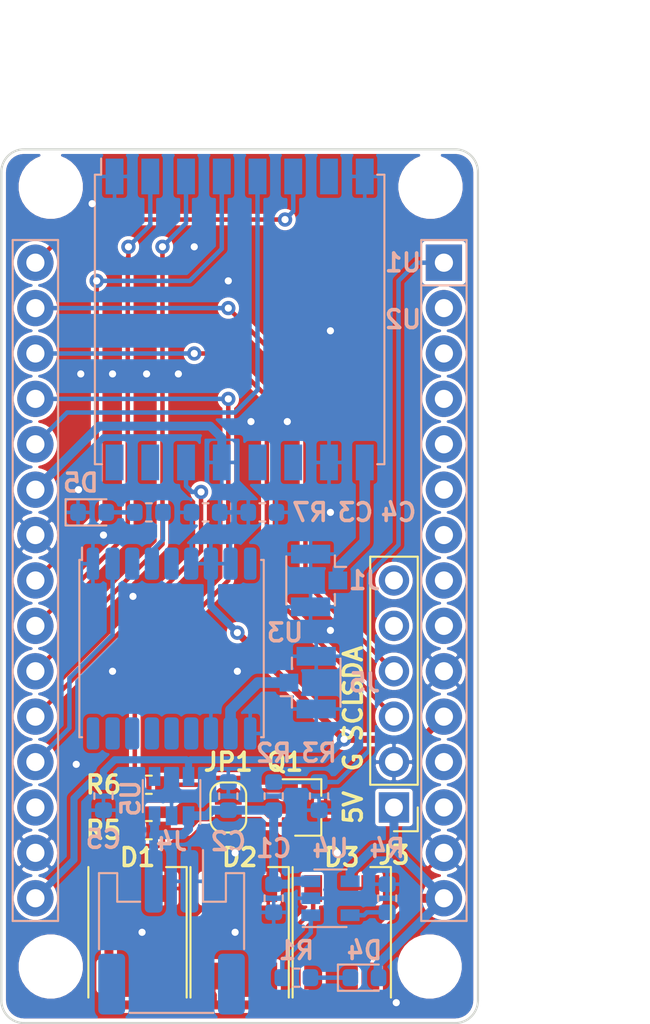
<source format=kicad_pcb>
(kicad_pcb (version 20171130) (host pcbnew 5.1.5+dfsg1-2build2)
  (title_block (title NodeMCU_PIS) (date 2020-03-29) (company https://nerdyscout.github.io/NodeMCU/PIS))
  (layers (0 F.Cu mixed) (31 B.Cu mixed) (34 B.Paste user) (35 F.Paste user) (36 B.SilkS user) (37 F.SilkS user) (38 B.Mask user) (39 F.Mask user) (44 Edge.Cuts user))
  (net 0 "")
  (net 1 GND)
  (net 2 +5V)
  (net 3 "Net-(J1-Pad1)")
  (net 4 +3V3)
  (net 5 "Net-(D1-Pad2)")
  (net 6 "Net-(D2-Pad2)")
  (net 7 SDA)
  (net 8 SCL)
  (net 9 CS)
  (net 10 COPI)
  (net 11 CLK)
  (net 12 CIPO)
  (net 13 +BATT)
  (net 14 "Net-(R1-Pad2)")
  (net 15 "Net-(D4-Pad1)")
  (net 16 A0)
  (net 17 "Net-(R4-Pad1)")
  (net 18 "Net-(D1-Pad4)")
  (net 19 "Net-(Q1-Pad1)")
  (net 20 LED)
  (net 21 IRQ)
  (net 22 RXD)
  (net 23 RST)
  (net 24 "Net-(D5-Pad2)")
  (net 25 "Net-(J5-Pad1)")
  (net 26 "Net-(R7-Pad1)")
  (module Capacitor_SMD:C_0603_1608Metric (layer B.Cu) (at 125.095 139.065 90)
    (fp_text reference C5 (at -2.413 0 180) (layer B.SilkS) (effects (font (thickness 0.2)) (justify mirror)))
    (fp_text value 100n)
    (fp_line (start -0.162779 -0.51) (end 0.162779 -0.51) (layer B.SilkS) (width 0.12))
    (fp_line (start -0.162779 0.51) (end 0.162779 0.51) (layer B.SilkS) (width 0.12))
    (pad 2 smd roundrect (at 0.7875 0 90) (size 0.875 0.95) (layers B.Cu B.Paste B.Mask) (net 4 +3V3))
    (pad 1 smd roundrect (at -0.7875 0 90) (size 0.875 0.95) (layers B.Cu B.Paste B.Mask) (net 1 GND))
  )
  (module Resistor_SMD:R_0603_1608Metric (layer B.Cu) (at 127.635 123.19 180)
    (fp_text reference R7 (at -9.017 0) (layer B.SilkS) (effects (font (thickness 0.2)) (justify mirror)))
    (fp_text value 1k)
    (fp_line (start -0.162779 -0.51) (end 0.162779 -0.51) (layer B.SilkS) (width 0.12))
    (fp_line (start -0.162779 0.51) (end 0.162779 0.51) (layer B.SilkS) (width 0.12))
    (pad 2 smd roundrect (at 0.7875 0 180) (size 0.875 0.95) (layers B.Cu B.Paste B.Mask) (net 24 "Net-(D5-Pad2)"))
    (pad 1 smd roundrect (at -0.7875 0 180) (size 0.875 0.95) (layers B.Cu B.Paste B.Mask) (net 26 "Net-(R7-Pad1)"))
  )
  (module Resistor_SMD:R_0603_1608Metric (layer F.Cu) (at 127.635 138.43)
    (fp_text reference R6 (at -2.54 0) (layer F.SilkS) (effects (font (thickness 0.2))))
    (fp_text value 1k)
    (fp_line (start -0.162779 0.51) (end 0.162779 0.51) (layer F.SilkS) (width 0.12))
    (fp_line (start -0.162779 -0.51) (end 0.162779 -0.51) (layer F.SilkS) (width 0.12))
    (pad 2 smd roundrect (at 0.7875 0) (size 0.875 0.95) (layers F.Cu F.Paste F.Mask) (net 19 "Net-(Q1-Pad1)"))
    (pad 1 smd roundrect (at -0.7875 0) (size 0.875 0.95) (layers F.Cu F.Paste F.Mask) (net 20 LED))
  )
  (module Resistor_SMD:R_0603_1608Metric (layer F.Cu) (at 127.635 140.97 180)
    (fp_text reference R5 (at 2.54 0) (layer F.SilkS) (effects (font (thickness 0.2))))
    (fp_text value 1k)
    (fp_line (start -0.162779 0.51) (end 0.162779 0.51) (layer F.SilkS) (width 0.12))
    (fp_line (start -0.162779 -0.51) (end 0.162779 -0.51) (layer F.SilkS) (width 0.12))
    (pad 2 smd roundrect (at 0.7875 0 180) (size 0.875 0.95) (layers F.Cu F.Paste F.Mask) (net 2 +5V))
    (pad 1 smd roundrect (at -0.7875 0 180) (size 0.875 0.95) (layers F.Cu F.Paste F.Mask) (net 18 "Net-(D1-Pad4)"))
  )
  (module Resistor_SMD:R_0603_1608Metric (layer B.Cu) (at 140.97 144.78 90)
    (fp_text reference R4 (at 2.794 0 180) (layer B.SilkS) (effects (font (thickness 0.2)) (justify mirror)))
    (fp_text value 2k)
    (fp_line (start -0.162779 -0.51) (end 0.162779 -0.51) (layer B.SilkS) (width 0.12))
    (fp_line (start -0.162779 0.51) (end 0.162779 0.51) (layer B.SilkS) (width 0.12))
    (pad 2 smd roundrect (at 0.7875 0 90) (size 0.875 0.95) (layers B.Cu B.Paste B.Mask) (net 1 GND))
    (pad 1 smd roundrect (at -0.7875 0 90) (size 0.875 0.95) (layers B.Cu B.Paste B.Mask) (net 17 "Net-(R4-Pad1)"))
  )
  (module Resistor_SMD:R_0603_1608Metric (layer B.Cu) (at 137.16 139.065 270)
    (fp_text reference R3 (at -2.413 0 180) (layer B.SilkS) (effects (font (thickness 0.2)) (justify mirror)))
    (fp_text value 1k)
    (fp_line (start -0.162779 -0.51) (end 0.162779 -0.51) (layer B.SilkS) (width 0.12))
    (fp_line (start -0.162779 0.51) (end 0.162779 0.51) (layer B.SilkS) (width 0.12))
    (pad 2 smd roundrect (at 0.7875 0 270) (size 0.875 0.95) (layers B.Cu B.Paste B.Mask) (net 1 GND))
    (pad 1 smd roundrect (at -0.7875 0 270) (size 0.875 0.95) (layers B.Cu B.Paste B.Mask) (net 16 A0))
  )
  (module Resistor_SMD:R_0603_1608Metric (layer B.Cu) (at 134.62 139.065 90)
    (fp_text reference R2 (at 2.413 0 180) (layer B.SilkS) (effects (font (thickness 0.2)) (justify mirror)))
    (fp_text value 1k)
    (fp_line (start -0.162779 -0.51) (end 0.162779 -0.51) (layer B.SilkS) (width 0.12))
    (fp_line (start -0.162779 0.51) (end 0.162779 0.51) (layer B.SilkS) (width 0.12))
    (pad 2 smd roundrect (at 0.7875 0 90) (size 0.875 0.95) (layers B.Cu B.Paste B.Mask) (net 16 A0))
    (pad 1 smd roundrect (at -0.7875 0 90) (size 0.875 0.95) (layers B.Cu B.Paste B.Mask) (net 13 +BATT))
  )
  (module Resistor_SMD:R_0603_1608Metric (layer B.Cu) (at 135.89 149.225 180)
    (fp_text reference R1 (at 0 1.524) (layer B.SilkS) (effects (font (thickness 0.2)) (justify mirror)))
    (fp_text value 1k)
    (fp_line (start -0.162779 -0.51) (end 0.162779 -0.51) (layer B.SilkS) (width 0.12))
    (fp_line (start -0.162779 0.51) (end 0.162779 0.51) (layer B.SilkS) (width 0.12))
    (pad 2 smd roundrect (at 0.7875 0 180) (size 0.875 0.95) (layers B.Cu B.Paste B.Mask) (net 14 "Net-(R1-Pad2)"))
    (pad 1 smd roundrect (at -0.7875 0 180) (size 0.875 0.95) (layers B.Cu B.Paste B.Mask) (net 15 "Net-(D4-Pad1)"))
  )
  (module LED_SMD:LED_0603_1608Metric (layer B.Cu) (at 124.46 123.19)
    (fp_text reference D5 (at -0.635 -1.651) (layer B.SilkS) (effects (font (thickness 0.2)) (justify mirror)))
    (fp_text value LED)
    (fp_line (start -1.485 -0.735) (end 0.8 -0.735) (layer B.SilkS) (width 0.12))
    (fp_line (start -1.485 0.735) (end -1.485 -0.735) (layer B.SilkS) (width 0.12))
    (fp_line (start 0.8 0.735) (end -1.485 0.735) (layer B.SilkS) (width 0.12))
    (pad 2 smd roundrect (at 0.7875 0) (size 0.875 0.95) (layers B.Cu B.Paste B.Mask) (net 24 "Net-(D5-Pad2)"))
    (pad 1 smd roundrect (at -0.7875 0) (size 0.875 0.95) (layers B.Cu B.Paste B.Mask) (net 1 GND))
  )
  (module LED_SMD:LED_0603_1608Metric (layer B.Cu) (at 139.7 149.225)
    (fp_text reference D4 (at 0 -1.524) (layer B.SilkS) (effects (font (thickness 0.2)) (justify mirror)))
    (fp_text value LED)
    (fp_line (start -1.485 -0.735) (end 0.8 -0.735) (layer B.SilkS) (width 0.12))
    (fp_line (start -1.485 0.735) (end -1.485 -0.735) (layer B.SilkS) (width 0.12))
    (fp_line (start 0.8 0.735) (end -1.485 0.735) (layer B.SilkS) (width 0.12))
    (pad 2 smd roundrect (at 0.7875 0) (size 0.875 0.95) (layers B.Cu B.Paste B.Mask) (net 2 +5V))
    (pad 1 smd roundrect (at -0.7875 0) (size 0.875 0.95) (layers B.Cu B.Paste B.Mask) (net 15 "Net-(D4-Pad1)"))
  )
  (module Capacitor_SMD:C_0603_1608Metric (layer B.Cu) (at 133.985 123.19 180)
    (fp_text reference C4 (at -7.62 0) (layer B.SilkS) (effects (font (thickness 0.2)) (justify mirror)))
    (fp_text value 100n)
    (fp_line (start -0.162779 -0.51) (end 0.162779 -0.51) (layer B.SilkS) (width 0.12))
    (fp_line (start -0.162779 0.51) (end 0.162779 0.51) (layer B.SilkS) (width 0.12))
    (pad 2 smd roundrect (at 0.7875 0 180) (size 0.875 0.95) (layers B.Cu B.Paste B.Mask) (net 4 +3V3))
    (pad 1 smd roundrect (at -0.7875 0 180) (size 0.875 0.95) (layers B.Cu B.Paste B.Mask) (net 1 GND))
  )
  (module Capacitor_SMD:C_0603_1608Metric (layer B.Cu) (at 130.81 123.19)
    (fp_text reference C3 (at 8.382 0) (layer B.SilkS) (effects (font (thickness 0.2)) (justify mirror)))
    (fp_text value 100n)
    (fp_line (start -0.162779 -0.51) (end 0.162779 -0.51) (layer B.SilkS) (width 0.12))
    (fp_line (start -0.162779 0.51) (end 0.162779 0.51) (layer B.SilkS) (width 0.12))
    (pad 2 smd roundrect (at 0.7875 0) (size 0.875 0.95) (layers B.Cu B.Paste B.Mask) (net 4 +3V3))
    (pad 1 smd roundrect (at -0.7875 0) (size 0.875 0.95) (layers B.Cu B.Paste B.Mask) (net 1 GND))
  )
  (module Capacitor_SMD:C_0603_1608Metric (layer B.Cu) (at 132.08 139.065 270)
    (fp_text reference C2 (at 2.54 0 180) (layer B.SilkS) (effects (font (thickness 0.2)) (justify mirror)))
    (fp_text value 10µF)
    (fp_line (start -0.162779 -0.51) (end 0.162779 -0.51) (layer B.SilkS) (width 0.12))
    (fp_line (start -0.162779 0.51) (end 0.162779 0.51) (layer B.SilkS) (width 0.12))
    (pad 2 smd roundrect (at 0.7875 0 270) (size 0.875 0.95) (layers B.Cu B.Paste B.Mask) (net 13 +BATT))
    (pad 1 smd roundrect (at -0.7875 0 270) (size 0.875 0.95) (layers B.Cu B.Paste B.Mask) (net 1 GND))
  )
  (module Capacitor_SMD:C_0603_1608Metric (layer B.Cu) (at 134.62 144.78 90)
    (fp_text reference C1 (at 2.794 0 180) (layer B.SilkS) (effects (font (thickness 0.2)) (justify mirror)))
    (fp_text value 100n)
    (fp_line (start -0.162779 -0.51) (end 0.162779 -0.51) (layer B.SilkS) (width 0.12))
    (fp_line (start -0.162779 0.51) (end 0.162779 0.51) (layer B.SilkS) (width 0.12))
    (pad 2 smd roundrect (at 0.7875 0 90) (size 0.875 0.95) (layers B.Cu B.Paste B.Mask) (net 13 +BATT))
    (pad 1 smd roundrect (at -0.7875 0 90) (size 0.875 0.95) (layers B.Cu B.Paste B.Mask) (net 1 GND))
  )
  (module RF_GPS:ublox_MAX (layer B.Cu) (at 128.905 130.81 270)
    (fp_text reference U3 (at -0.889 -6.35 180) (layer B.SilkS) (effects (font (thickness 0.2)) (justify mirror)))
    (fp_text value MAX-8Q)
    (fp_line (start -5.65 5.01) (end -4.96 5.01) (layer B.SilkS) (width 0.12))
    (fp_line (start -4.96 5.16) (end -4.96 5.01) (layer B.SilkS) (width 0.12))
    (fp_line (start 4.96 5.16) (end 4.96 5.01) (layer B.SilkS) (width 0.12))
    (fp_line (start -4.96 -5.01) (end -4.96 -5.16) (layer B.SilkS) (width 0.12))
    (fp_line (start 4.96 -5.01) (end 4.96 -5.16) (layer B.SilkS) (width 0.12))
    (fp_line (start -4.96 -5.16) (end 4.96 -5.16) (layer B.SilkS) (width 0.12))
    (fp_line (start -4.96 5.16) (end 4.96 5.16) (layer B.SilkS) (width 0.12))
    (pad 18 smd roundrect (at 4.75 4.4 270) (size 1.8 0.7) (layers B.Cu B.Paste B.Mask))
    (pad 17 smd roundrect (at 4.75 3.3 270) (size 1.8 0.8) (layers B.Cu B.Paste B.Mask))
    (pad 16 smd roundrect (at 4.75 2.2 270) (size 1.8 0.8) (layers B.Cu B.Paste B.Mask))
    (pad 15 smd roundrect (at 4.75 1.1 270) (size 1.8 0.8) (layers B.Cu B.Paste B.Mask))
    (pad 14 smd roundrect (at 4.75 0 270) (size 1.8 0.8) (layers B.Cu B.Paste B.Mask))
    (pad 13 smd roundrect (at 4.75 -1.1 270) (size 1.8 0.8) (layers B.Cu B.Paste B.Mask))
    (pad 12 smd roundrect (at 4.75 -2.2 270) (size 1.8 0.8) (layers B.Cu B.Paste B.Mask) (net 1 GND))
    (pad 11 smd roundrect (at 4.75 -3.3 270) (size 1.8 0.8) (layers B.Cu B.Paste B.Mask) (net 25 "Net-(J5-Pad1)"))
    (pad 10 smd roundrect (at 4.75 -4.4 270) (size 1.8 0.7) (layers B.Cu B.Paste B.Mask) (net 1 GND))
    (pad 9 smd roundrect (at -4.75 -4.4 270) (size 1.8 0.7) (layers B.Cu B.Paste B.Mask))
    (pad 8 smd roundrect (at -4.75 -3.3 270) (size 1.8 0.8) (layers B.Cu B.Paste B.Mask) (net 4 +3V3))
    (pad 7 smd roundrect (at -4.75 -2.2 270) (size 1.8 0.8) (layers B.Cu B.Paste B.Mask) (net 4 +3V3))
    (pad 6 smd roundrect (at -4.75 -1.1 270) (size 1.8 0.8) (layers B.Cu B.Paste B.Mask) (net 4 +3V3))
    (pad 5 smd roundrect (at -4.75 0 270) (size 1.8 0.8) (layers B.Cu B.Paste B.Mask))
    (pad 4 smd roundrect (at -4.75 1.1 270) (size 1.8 0.8) (layers B.Cu B.Paste B.Mask) (net 26 "Net-(R7-Pad1)"))
    (pad 3 smd roundrect (at -4.75 2.2 270) (size 1.8 0.8) (layers B.Cu B.Paste B.Mask))
    (pad 2 smd roundrect (at -4.75 3.3 270) (size 1.8 0.8) (layers B.Cu B.Paste B.Mask) (net 22 RXD))
    (pad 1 smd roundrect (at -4.75 4.4 270) (size 1.8 0.7) (layers B.Cu B.Paste B.Mask) (net 1 GND))
  )
  (module Connector_Coaxial:U.FL_Hirose_U.FL-R-SMT-1_Vertical (layer B.Cu) (at 136.525 132.715)
    (fp_text reference J5 (at 3.175 0 180) (layer B.SilkS) (effects (font (thickness 0.2)) (justify mirror)))
    (fp_text value Conn_Coaxial)
    (fp_line (start -0.885 1.4) (end -0.885 0.76) (layer B.SilkS) (width 0.12))
    (fp_line (start -0.885 -1.4) (end -0.885 -0.76) (layer B.SilkS) (width 0.12))
    (fp_line (start -0.885 0.76) (end -1.515 0.76) (layer B.SilkS) (width 0.12))
    (fp_line (start 1.835 1.35) (end 1.835 -1.35) (layer B.SilkS) (width 0.12))
    (pad 2 smd rect (at 0.475 1.475) (size 2.2 1.05) (layers B.Cu B.Paste B.Mask) (net 1 GND))
    (pad 1 smd rect (at -1.05 0) (size 1.05 1) (layers B.Cu B.Paste B.Mask) (net 25 "Net-(J5-Pad1)"))
    (pad 2 smd rect (at 0.475 -1.475) (size 2.2 1.05) (layers B.Cu B.Paste B.Mask) (net 1 GND))
  )
  (module Connector_JST:JST_PH_S2B-PH-SM4-TB_1x02-1MP_P2.00mm_Horizontal (layer B.Cu) (at 128.905 146.685 180)
    (fp_text reference J4 (at 0 5.08) (layer B.SilkS) (effects (font (thickness 0.2)) (justify mirror)))
    (fp_text value JST)
    (fp_line (start -2.34 -4.51) (end 2.34 -4.51) (layer B.SilkS) (width 0.12))
    (fp_line (start 3.04 1.71) (end 1.76 1.71) (layer B.SilkS) (width 0.12))
    (fp_line (start 3.04 3.31) (end 3.04 1.71) (layer B.SilkS) (width 0.12))
    (fp_line (start 4.06 3.31) (end 3.04 3.31) (layer B.SilkS) (width 0.12))
    (fp_line (start 4.06 -0.94) (end 4.06 3.31) (layer B.SilkS) (width 0.12))
    (fp_line (start -1.76 1.71) (end -1.76 4.6) (layer B.SilkS) (width 0.12))
    (fp_line (start -3.04 1.71) (end -1.76 1.71) (layer B.SilkS) (width 0.12))
    (fp_line (start -3.04 3.31) (end -3.04 1.71) (layer B.SilkS) (width 0.12))
    (fp_line (start -4.06 3.31) (end -3.04 3.31) (layer B.SilkS) (width 0.12))
    (fp_line (start -4.06 -0.94) (end -4.06 3.31) (layer B.SilkS) (width 0.12))
    (pad MP smd roundrect (at 3.35 -2.9 180) (size 1.5 3.4) (layers B.Cu B.Paste B.Mask) (roundrect_rratio 0.166667))
    (pad MP smd roundrect (at -3.35 -2.9 180) (size 1.5 3.4) (layers B.Cu B.Paste B.Mask) (roundrect_rratio 0.166667))
    (pad 2 smd roundrect (at 1 2.85 180) (size 1 3.5) (layers B.Cu B.Paste B.Mask) (net 13 +BATT))
    (pad 1 smd roundrect (at -1 2.85 180) (size 1 3.5) (layers B.Cu B.Paste B.Mask) (net 1 GND))
  )
  (module Jumper:SolderJumper-2_P1.3mm_Open_RoundedPad1.0x1.5mm (layer F.Cu) (at 132.08 139.7 270)
    (fp_text reference JP1 (at -2.54 0 180) (layer F.SilkS) (effects (font (thickness 0.2))))
    (fp_text value Jumper_NC_Small)
    (fp_line (start -0.7 -1) (end 0.7 -1) (layer F.SilkS) (width 0.12))
    (fp_line (start 1.4 -0.3) (end 1.4 0.3) (layer F.SilkS) (width 0.12))
    (fp_line (start 0.7 1) (end -0.7 1) (layer F.SilkS) (width 0.12))
    (fp_line (start -1.4 0.3) (end -1.4 -0.3) (layer F.SilkS) (width 0.12))
    (fp_arc (start -0.7 -0.3) (end -0.7 -1) (angle -90) (layer F.SilkS) (width 0.12))
    (fp_arc (start -0.7 0.3) (end -1.4 0.3) (angle -90) (layer F.SilkS) (width 0.12))
    (fp_arc (start 0.7 0.3) (end 0.7 1) (angle -90) (layer F.SilkS) (width 0.12))
    (fp_arc (start 0.7 -0.3) (end 1.4 -0.3) (angle -90) (layer F.SilkS) (width 0.12))
    (pad 2 smd custom (at 0.65 0 270) (size 1 0.5) (layers F.Cu F.Mask) (net 18 "Net-(D1-Pad4)") (options (clearance outline) (anchor rect)) (primitives (gr_circle (center 0 0.25) (end 0.5 0.25) (width 0)) (gr_circle (center 0 -0.25) (end 0.5 -0.25) (width 0)) (gr_poly (pts (xy 0 -0.75) (xy -0.5 -0.75) (xy -0.5 0.75) (xy 0 0.75)) (width 0))))
    (pad 1 smd custom (at -0.65 0 270) (size 1 0.5) (layers F.Cu F.Mask) (net 20 LED) (options (clearance outline) (anchor rect)) (primitives (gr_circle (center 0 0.25) (end 0.5 0.25) (width 0)) (gr_circle (center 0 -0.25) (end 0.5 -0.25) (width 0)) (gr_poly (pts (xy 0 -0.75) (xy 0.5 -0.75) (xy 0.5 0.75) (xy 0 0.75)) (width 0))))
  )
  (module Package_TO_SOT_SMD:SOT-23 (layer F.Cu) (at 136.525 139.7)
    (fp_text reference Q1 (at -1.27 -2.54) (layer F.SilkS) (effects (font (thickness 0.2))))
    (fp_text value Q_NPN_BCE)
    (fp_line (start 0.76 1.58) (end -0.7 1.58) (layer F.SilkS) (width 0.12))
    (fp_line (start 0.76 -1.58) (end -1.4 -1.58) (layer F.SilkS) (width 0.12))
    (fp_line (start 0.76 -1.58) (end 0.76 -0.65) (layer F.SilkS) (width 0.12))
    (fp_line (start 0.76 1.58) (end 0.76 0.65) (layer F.SilkS) (width 0.12))
    (pad 3 smd rect (at 1 0) (size 0.9 0.8) (layers F.Cu F.Paste F.Mask) (net 1 GND))
    (pad 2 smd rect (at -1 0.95) (size 0.9 0.8) (layers F.Cu F.Paste F.Mask) (net 18 "Net-(D1-Pad4)"))
    (pad 1 smd rect (at -1 -0.95) (size 0.9 0.8) (layers F.Cu F.Paste F.Mask) (net 19 "Net-(Q1-Pad1)"))
  )
  (module Package_TO_SOT_SMD:SOT-23-5 (layer B.Cu) (at 128.905 139.065 90)
    (fp_text reference U5 (at -0.127 -2.286 90) (layer B.SilkS) (effects (font (thickness 0.2)) (justify mirror)))
    (fp_text value AP2112K-3.3)
    (fp_line (start 0.9 1.61) (end -1.55 1.61) (layer B.SilkS) (width 0.12))
    (fp_line (start -0.9 -1.61) (end 0.9 -1.61) (layer B.SilkS) (width 0.12))
    (pad 5 smd rect (at 1.1 0.95 90) (size 1.06 0.65) (layers B.Cu B.Paste B.Mask) (net 4 +3V3))
    (pad 4 smd rect (at 1.1 -0.95 90) (size 1.06 0.65) (layers B.Cu B.Paste B.Mask))
    (pad 3 smd rect (at -1.1 -0.95 90) (size 1.06 0.65) (layers B.Cu B.Paste B.Mask) (net 13 +BATT))
    (pad 2 smd rect (at -1.1 0 90) (size 1.06 0.65) (layers B.Cu B.Paste B.Mask) (net 1 GND))
    (pad 1 smd rect (at -1.1 0.95 90) (size 1.06 0.65) (layers B.Cu B.Paste B.Mask) (net 13 +BATT))
  )
  (module Package_TO_SOT_SMD:SOT-23-5 (layer B.Cu) (at 137.795 144.78)
    (fp_text reference U4 (at 0 -2.794) (layer B.SilkS) (effects (font (thickness 0.2)) (justify mirror)))
    (fp_text value MCP73831-2-OT)
    (fp_line (start 0.9 1.61) (end -1.55 1.61) (layer B.SilkS) (width 0.12))
    (fp_line (start -0.9 -1.61) (end 0.9 -1.61) (layer B.SilkS) (width 0.12))
    (pad 5 smd rect (at 1.1 0.95) (size 1.06 0.65) (layers B.Cu B.Paste B.Mask) (net 17 "Net-(R4-Pad1)"))
    (pad 4 smd rect (at 1.1 -0.95) (size 1.06 0.65) (layers B.Cu B.Paste B.Mask) (net 2 +5V))
    (pad 3 smd rect (at -1.1 -0.95) (size 1.06 0.65) (layers B.Cu B.Paste B.Mask) (net 13 +BATT))
    (pad 2 smd rect (at -1.1 0) (size 1.06 0.65) (layers B.Cu B.Paste B.Mask) (net 1 GND))
    (pad 1 smd rect (at -1.1 0.95) (size 1.06 0.65) (layers B.Cu B.Paste B.Mask) (net 14 "Net-(R1-Pad2)"))
  )
  (module Connector_Coaxial:U.FL_Hirose_U.FL-R-SMT-1_Vertical (layer B.Cu) (at 137.16 127 180)
    (fp_text reference J1 (at -2.54 0) (layer B.SilkS) (effects (font (thickness 0.2)) (justify mirror)))
    (fp_text value Conn_Coaxial)
    (fp_line (start -0.885 1.4) (end -0.885 0.76) (layer B.SilkS) (width 0.12))
    (fp_line (start -0.885 -1.4) (end -0.885 -0.76) (layer B.SilkS) (width 0.12))
    (fp_line (start -0.885 0.76) (end -1.515 0.76) (layer B.SilkS) (width 0.12))
    (fp_line (start 1.835 1.35) (end 1.835 -1.35) (layer B.SilkS) (width 0.12))
    (pad 2 smd rect (at 0.475 1.475 180) (size 2.2 1.05) (layers B.Cu B.Paste B.Mask) (net 1 GND))
    (pad 1 smd rect (at -1.05 0 180) (size 1.05 1) (layers B.Cu B.Paste B.Mask) (net 3 "Net-(J1-Pad1)"))
    (pad 2 smd rect (at 0.475 -1.475 180) (size 2.2 1.05) (layers B.Cu B.Paste B.Mask) (net 1 GND))
  )
  (module Connector_PinHeader_2.54mm:PinHeader_1x06_P2.54mm_Vertical (layer F.Cu) (at 141.351 139.7 180)
    (fp_text reference J3 (at 0 -2.667) (layer F.SilkS) (effects (font (thickness 0.2))))
    (fp_text value SCD30)
    (fp_line (start -1.33 -1.33) (end 0 -1.33) (layer F.SilkS) (width 0.12))
    (fp_line (start -1.33 0) (end -1.33 -1.33) (layer F.SilkS) (width 0.12))
    (fp_line (start -1.33 1.27) (end 1.33 1.27) (layer F.SilkS) (width 0.12))
    (fp_line (start 1.33 1.27) (end 1.33 14.03) (layer F.SilkS) (width 0.12))
    (fp_line (start -1.33 1.27) (end -1.33 14.03) (layer F.SilkS) (width 0.12))
    (fp_line (start -1.33 14.03) (end 1.33 14.03) (layer F.SilkS) (width 0.12))
    (pad 6 thru_hole oval (at 0 12.7 180) (size 1.7 1.7) (drill 1) (layers *.Cu *.Mask))
    (pad 5 thru_hole oval (at 0 10.16 180) (size 1.7 1.7) (drill 1) (layers *.Cu *.Mask))
    (pad 4 thru_hole oval (at 0 7.62 180) (size 1.7 1.7) (drill 1) (layers *.Cu *.Mask) (net 7 SDA))
    (pad 3 thru_hole oval (at 0 5.08 180) (size 1.7 1.7) (drill 1) (layers *.Cu *.Mask) (net 8 SCL))
    (pad 2 thru_hole oval (at 0 2.54 180) (size 1.7 1.7) (drill 1) (layers *.Cu *.Mask) (net 1 GND))
    (pad 1 thru_hole rect (at 0 0 180) (size 1.7 1.7) (drill 1) (layers *.Cu *.Mask) (net 2 +5V))
  )
  (module RF_Module:HOPERF_RFM9XW_SMD (layer B.Cu) (at 132.715 112.395 270)
    (fp_text reference U2 (at 0 -9.144 180) (layer B.SilkS) (effects (font (thickness 0.2)) (justify mirror)))
    (fp_text value RFM95W-868S2)
    (fp_line (start -8.1 7.75) (end -9 7.75) (layer B.SilkS) (width 0.12))
    (fp_line (start -8.1 8.1) (end -8.1 7.75) (layer B.SilkS) (width 0.12))
    (fp_line (start 8.1 -8.1) (end 8.1 -7.7) (layer B.SilkS) (width 0.12))
    (fp_line (start -8.1 -8.1) (end 8.1 -8.1) (layer B.SilkS) (width 0.12))
    (fp_line (start -8.1 -7.7) (end -8.1 -8.1) (layer B.SilkS) (width 0.12))
    (fp_line (start 8.1 8.1) (end 8.1 7.7) (layer B.SilkS) (width 0.12))
    (fp_line (start -8.1 8.1) (end 8.1 8.1) (layer B.SilkS) (width 0.12))
    (pad 16 smd rect (at 8 7 270) (size 2 1) (layers B.Cu B.Paste B.Mask))
    (pad 15 smd rect (at 8 5 270) (size 2 1) (layers B.Cu B.Paste B.Mask))
    (pad 14 smd rect (at 8 3 270) (size 2 1) (layers B.Cu B.Paste B.Mask) (net 21 IRQ))
    (pad 13 smd rect (at 8 1 270) (size 2 1) (layers B.Cu B.Paste B.Mask) (net 4 +3V3))
    (pad 12 smd rect (at 8 -1 270) (size 2 1) (layers B.Cu B.Paste B.Mask))
    (pad 11 smd rect (at 8 -3 270) (size 2 1) (layers B.Cu B.Paste B.Mask))
    (pad 10 smd rect (at 8 -5 270) (size 2 1) (layers B.Cu B.Paste B.Mask) (net 1 GND))
    (pad 9 smd rect (at 8 -7 270) (size 2 1) (layers B.Cu B.Paste B.Mask) (net 3 "Net-(J1-Pad1)"))
    (pad 8 smd rect (at -8 -7 270) (size 2 1) (layers B.Cu B.Paste B.Mask) (net 1 GND))
    (pad 7 smd rect (at -8 -5 270) (size 2 1) (layers B.Cu B.Paste B.Mask))
    (pad 6 smd rect (at -8 -3 270) (size 2 1) (layers B.Cu B.Paste B.Mask) (net 23 RST))
    (pad 5 smd rect (at -8 -1 270) (size 2 1) (layers B.Cu B.Paste B.Mask) (net 9 CS))
    (pad 4 smd rect (at -8 1 270) (size 2 1) (layers B.Cu B.Paste B.Mask) (net 11 CLK))
    (pad 3 smd rect (at -8 3 270) (size 2 1) (layers B.Cu B.Paste B.Mask) (net 10 COPI))
    (pad 2 smd rect (at -8 5 270) (size 2 1) (layers B.Cu B.Paste B.Mask) (net 12 CIPO))
    (pad 1 smd rect (at -8 7 270) (size 2 1) (layers B.Cu B.Paste B.Mask) (net 1 GND))
  )
  (module Module:NodeMCU_Amica (layer B.Cu) (at 144.145 109.22 180)
    (fp_text reference U1 (at 2.286 0 180) (layer B.SilkS) (effects (font (thickness 0.2)) (justify mirror)))
    (fp_text value "NodeMCU1.0(ESP-12E)")
    (fp_line (start 1.27 1.27) (end -1.27 1.27) (layer B.SilkS) (width 0.12))
    (fp_line (start 24.13 -36.83) (end 24.13 1.27) (layer B.SilkS) (width 0.12))
    (fp_line (start 24.13 1.27) (end 21.59 1.27) (layer B.SilkS) (width 0.12))
    (fp_line (start 21.59 1.27) (end 21.59 -36.83) (layer B.SilkS) (width 0.12))
    (fp_line (start 21.59 -36.83) (end 24.13 -36.83) (layer B.SilkS) (width 0.12))
    (fp_line (start 1.27 -1.27) (end -1.27 -1.27) (layer B.SilkS) (width 0.12))
    (fp_line (start 1.27 -36.83) (end 1.27 1.27) (layer B.SilkS) (width 0.12))
    (fp_line (start -1.27 -36.83) (end 1.27 -36.83) (layer B.SilkS) (width 0.12))
    (fp_line (start -1.27 1.27) (end -1.27 -36.83) (layer B.SilkS) (width 0.12))
    (pad "" np_thru_hole circle (at 0.75 4.25 180) (size 3.2 3.2) (drill 3.2) (layers *.Cu *.Mask))
    (pad "" np_thru_hole circle (at 22 4.25 180) (size 3.2 3.2) (drill 3.2) (layers *.Cu *.Mask))
    (pad "" np_thru_hole circle (at 22 -39.38 180) (size 3.2 3.2) (drill 3.2) (layers *.Cu *.Mask))
    (pad "" np_thru_hole circle (at 0.8 -39.38 180) (size 3.2 3.2) (drill 3.2) (layers *.Cu *.Mask))
    (pad 29 thru_hole circle (at 22.86 -2.54 180) (size 2.032 2.032) (drill 1.016) (layers *.Cu *.Mask) (net 7 SDA))
    (pad 27 thru_hole circle (at 22.86 -7.62 180) (size 2.032 2.032) (drill 1.016) (layers *.Cu *.Mask) (net 20 LED))
    (pad 28 thru_hole circle (at 22.86 -5.08 180) (size 2.032 2.032) (drill 1.016) (layers *.Cu *.Mask) (net 8 SCL))
    (pad 20 thru_hole circle (at 22.86 -25.4 180) (size 2.032 2.032) (drill 1.016) (layers *.Cu *.Mask) (net 21 IRQ))
    (pad 21 thru_hole circle (at 22.86 -22.86 180) (size 2.032 2.032) (drill 1.016) (layers *.Cu *.Mask) (net 10 COPI))
    (pad 23 thru_hole circle (at 22.86 -17.78 180) (size 2.032 2.032) (drill 1.016) (layers *.Cu *.Mask) (net 11 CLK))
    (pad 22 thru_hole circle (at 22.86 -20.32 180) (size 2.032 2.032) (drill 1.016) (layers *.Cu *.Mask) (net 12 CIPO))
    (pad 16 thru_hole circle (at 22.86 -35.56 180) (size 2.032 2.032) (drill 1.016) (layers *.Cu *.Mask) (net 4 +3V3))
    (pad 24 thru_hole circle (at 22.86 -15.24 180) (size 2.032 2.032) (drill 1.016) (layers *.Cu *.Mask) (net 1 GND))
    (pad 26 thru_hole circle (at 22.86 -10.16 180) (size 2.032 2.032) (drill 1.016) (layers *.Cu *.Mask) (net 9 CS))
    (pad 25 thru_hole circle (at 22.86 -12.7 180) (size 2.032 2.032) (drill 1.016) (layers *.Cu *.Mask) (net 4 +3V3))
    (pad 19 thru_hole circle (at 22.86 -27.94 180) (size 2.032 2.032) (drill 1.016) (layers *.Cu *.Mask) (net 22 RXD))
    (pad 17 thru_hole circle (at 22.86 -33.02 180) (size 2.032 2.032) (drill 1.016) (layers *.Cu *.Mask) (net 1 GND))
    (pad 18 thru_hole circle (at 22.86 -30.48 180) (size 2.032 2.032) (drill 1.016) (layers *.Cu *.Mask))
    (pad 30 thru_hole circle (at 22.86 0 180) (size 2.032 2.032) (drill 1.016) (layers *.Cu *.Mask) (net 23 RST))
    (pad 15 thru_hole circle (at 0 -35.56 180) (size 2.032 2.032) (drill 1.016) (layers *.Cu *.Mask) (net 2 +5V))
    (pad 14 thru_hole circle (at 0 -33.02 180) (size 2.032 2.032) (drill 1.016) (layers *.Cu *.Mask) (net 1 GND))
    (pad 13 thru_hole circle (at 0 -30.48 180) (size 2.032 2.032) (drill 1.016) (layers *.Cu *.Mask))
    (pad 12 thru_hole circle (at 0 -27.94 180) (size 2.032 2.032) (drill 1.016) (layers *.Cu *.Mask))
    (pad 11 thru_hole circle (at 0 -25.4 180) (size 2.032 2.032) (drill 1.016) (layers *.Cu *.Mask) (net 4 +3V3))
    (pad 10 thru_hole circle (at 0 -22.86 180) (size 2.032 2.032) (drill 1.016) (layers *.Cu *.Mask) (net 1 GND))
    (pad 9 thru_hole circle (at 0 -20.32 180) (size 2.032 2.032) (drill 1.016) (layers *.Cu *.Mask))
    (pad 8 thru_hole circle (at 0 -17.78 180) (size 2.032 2.032) (drill 1.016) (layers *.Cu *.Mask))
    (pad 7 thru_hole circle (at 0 -15.24 180) (size 2.032 2.032) (drill 1.016) (layers *.Cu *.Mask))
    (pad 6 thru_hole circle (at 0 -12.7 180) (size 2.032 2.032) (drill 1.016) (layers *.Cu *.Mask))
    (pad 5 thru_hole circle (at 0 -10.16 180) (size 2.032 2.032) (drill 1.016) (layers *.Cu *.Mask))
    (pad 4 thru_hole circle (at 0 -7.62 180) (size 2.032 2.032) (drill 1.016) (layers *.Cu *.Mask))
    (pad 3 thru_hole circle (at 0 -5.08 180) (size 2.032 2.032) (drill 1.016) (layers *.Cu *.Mask))
    (pad 2 thru_hole circle (at 0 -2.54 180) (size 2.032 2.032) (drill 1.016) (layers *.Cu *.Mask))
    (pad 1 thru_hole rect (at 0 0 180) (size 2.032 2.032) (drill 1.016) (layers *.Cu *.Mask) (net 16 A0))
  )
  (module LED_SMD:LED_WS2812B_PLCC4_5.0x5.0mm_P3.2mm (layer F.Cu) (at 138.43 146.685 90)
    (fp_text reference D3 (at 4.191 0 180) (layer F.SilkS) (effects (font (thickness 0.2))))
    (fp_text value WS2812B)
    (fp_line (start 3.65 2.75) (end 3.65 1.6) (layer F.SilkS) (width 0.12))
    (fp_line (start -3.65 2.75) (end 3.65 2.75) (layer F.SilkS) (width 0.12))
    (fp_line (start -3.65 -2.75) (end 3.65 -2.75) (layer F.SilkS) (width 0.12))
    (pad 1 smd rect (at -2.45 -1.6 90) (size 1.5 1) (layers F.Cu F.Paste F.Mask) (net 2 +5V))
    (pad 2 smd rect (at -2.45 1.6 90) (size 1.5 1) (layers F.Cu F.Paste F.Mask))
    (pad 4 smd rect (at 2.45 -1.6 90) (size 1.5 1) (layers F.Cu F.Paste F.Mask) (net 6 "Net-(D2-Pad2)"))
    (pad 3 smd rect (at 2.45 1.6 90) (size 1.5 1) (layers F.Cu F.Paste F.Mask) (net 1 GND))
  )
  (module LED_SMD:LED_WS2812B_PLCC4_5.0x5.0mm_P3.2mm (layer F.Cu) (at 132.715 146.685 90)
    (fp_text reference D2 (at 4.191 0 180) (layer F.SilkS) (effects (font (thickness 0.2))))
    (fp_text value WS2812B)
    (fp_line (start 3.65 2.75) (end 3.65 1.6) (layer F.SilkS) (width 0.12))
    (fp_line (start -3.65 2.75) (end 3.65 2.75) (layer F.SilkS) (width 0.12))
    (fp_line (start -3.65 -2.75) (end 3.65 -2.75) (layer F.SilkS) (width 0.12))
    (pad 1 smd rect (at -2.45 -1.6 90) (size 1.5 1) (layers F.Cu F.Paste F.Mask) (net 2 +5V))
    (pad 2 smd rect (at -2.45 1.6 90) (size 1.5 1) (layers F.Cu F.Paste F.Mask) (net 6 "Net-(D2-Pad2)"))
    (pad 4 smd rect (at 2.45 -1.6 90) (size 1.5 1) (layers F.Cu F.Paste F.Mask) (net 5 "Net-(D1-Pad2)"))
    (pad 3 smd rect (at 2.45 1.6 90) (size 1.5 1) (layers F.Cu F.Paste F.Mask) (net 1 GND))
  )
  (module LED_SMD:LED_WS2812B_PLCC4_5.0x5.0mm_P3.2mm (layer F.Cu) (at 127 146.685 90)
    (fp_text reference D1 (at 4.191 0 180) (layer F.SilkS) (effects (font (thickness 0.2))))
    (fp_text value WS2812B)
    (fp_line (start 3.65 2.75) (end 3.65 1.6) (layer F.SilkS) (width 0.12))
    (fp_line (start -3.65 2.75) (end 3.65 2.75) (layer F.SilkS) (width 0.12))
    (fp_line (start -3.65 -2.75) (end 3.65 -2.75) (layer F.SilkS) (width 0.12))
    (pad 1 smd rect (at -2.45 -1.6 90) (size 1.5 1) (layers F.Cu F.Paste F.Mask) (net 2 +5V))
    (pad 2 smd rect (at -2.45 1.6 90) (size 1.5 1) (layers F.Cu F.Paste F.Mask) (net 5 "Net-(D1-Pad2)"))
    (pad 4 smd rect (at 2.45 -1.6 90) (size 1.5 1) (layers F.Cu F.Paste F.Mask) (net 18 "Net-(D1-Pad4)"))
    (pad 3 smd rect (at 2.45 1.6 90) (size 1.5 1) (layers F.Cu F.Paste F.Mask) (net 1 GND))
  )
  (gr_text 5V (at 139.065 139.7 90) (layer F.SilkS) (effects (font (size 1 1) (thickness 0.2))))
  (gr_text G (at 139.065 137.16 90) (layer F.SilkS) (effects (font (size 1 1) (thickness 0.2))))
  (gr_text SCL (at 139.065 134.62 90) (layer F.SilkS) (effects (font (size 1 1) (thickness 0.2))))
  (gr_text SDA (at 139.065 132.08 90) (layer F.SilkS) (effects (font (size 1 1) (thickness 0.2))))
  (gr_arc (start 120.65 150.495) (end 119.38 150.495) (angle -90) (layer Edge.Cuts) (width 0.12))
  (gr_arc (start 144.78 150.495) (end 144.78 151.765) (angle -90) (layer Edge.Cuts) (width 0.12))
  (gr_arc (start 120.65 104.14489) (end 120.65 102.87489) (angle -90) (layer Edge.Cuts) (width 0.12))
  (gr_arc (start 144.78 104.14489) (end 146.05 104.14489) (angle -90) (layer Edge.Cuts) (width 0.12))
  (gr_line (start 146.05 150.495) (end 146.05 104.14) (layer Edge.Cuts) (width 0.12))
  (gr_line (start 120.65 151.765) (end 144.78 151.765) (layer Edge.Cuts) (width 0.12))
  (gr_line (start 119.38 104.14) (end 119.38 150.495) (layer Edge.Cuts) (width 0.12))
  (gr_line (start 144.78 102.87489) (end 120.65 102.87489) (layer Edge.Cuts) (width 0.12))
  (segment (start 129.286 146.685) (end 127.254 146.685) (width 0.25) (layer B.Cu) (net 1))
  (segment (start 129.905 146.066) (end 129.286 146.685) (width 0.25) (layer B.Cu) (net 1))
  (segment (start 129.905 143.835) (end 129.905 146.066) (width 0.25) (layer B.Cu) (net 1))
  (segment (start 127.254 146.685) (end 127.254 146.685) (width 0.25) (layer B.Cu) (net 1))
  (via (at 127.254 146.685) (size 0.8) (drill 0.4) (layers F.Cu B.Cu) (net 1))
  (via (at 132.461 146.685) (size 0.8) (drill 0.4) (layers F.Cu B.Cu) (net 1))
  (via (at 138.176 142.24) (size 0.8) (drill 0.4) (layers F.Cu B.Cu) (net 1))
  (via (at 132.461 142.24) (size 0.8) (drill 0.4) (layers F.Cu B.Cu) (net 1))
  (via (at 123.571 137.287) (size 0.8) (drill 0.4) (layers F.Cu B.Cu) (net 1))
  (via (at 125.603 132.08) (size 0.8) (drill 0.4) (layers F.Cu B.Cu) (net 1))
  (via (at 132.588 132.08) (size 0.8) (drill 0.4) (layers F.Cu B.Cu) (net 1))
  (via (at 137.795 123.19) (size 0.8) (drill 0.4) (layers F.Cu B.Cu) (net 1))
  (via (at 137.795 113.03) (size 0.8) (drill 0.4) (layers F.Cu B.Cu) (net 1))
  (via (at 126.746 127.889) (size 0.8) (drill 0.4) (layers F.Cu B.Cu) (net 1))
  (via (at 125.095 124.46) (size 0.8) (drill 0.4) (layers F.Cu B.Cu) (net 1))
  (via (at 127.508 115.443) (size 0.8) (drill 0.4) (layers F.Cu B.Cu) (net 1))
  (via (at 125.603 115.443) (size 0.8) (drill 0.4) (layers F.Cu B.Cu) (net 1))
  (via (at 123.698 121.92) (size 0.8) (drill 0.4) (layers F.Cu B.Cu) (net 1))
  (via (at 123.825 115.443) (size 0.8) (drill 0.4) (layers F.Cu B.Cu) (net 1))
  (via (at 129.286 115.443) (size 0.8) (drill 0.4) (layers F.Cu B.Cu) (net 1))
  (via (at 133.35 118.11) (size 0.8) (drill 0.4) (layers F.Cu B.Cu) (net 1))
  (via (at 135.382 118.11) (size 0.8) (drill 0.4) (layers F.Cu B.Cu) (net 1))
  (via (at 137.795 129.794) (size 0.8) (drill 0.4) (layers F.Cu B.Cu) (net 1))
  (via (at 124.46 105.918) (size 0.8) (drill 0.4) (layers F.Cu B.Cu) (net 1))
  (via (at 132.08 110.236) (size 0.8) (drill 0.4) (layers F.Cu B.Cu) (net 1))
  (via (at 130.175 108.331) (size 0.8) (drill 0.4) (layers F.Cu B.Cu) (net 1))
  (via (at 141.478 150.622) (size 0.8) (drill 0.4) (layers F.Cu B.Cu) (net 1))
  (segment (start 144.145 144.78) (end 141.351 141.986) (width 0.5) (layer B.Cu) (net 2))
  (segment (start 141.351 141.986) (end 141.351 139.7) (width 0.5) (layer B.Cu) (net 2))
  (segment (start 144.145 144.78) (end 140.462 148.463) (width 0.5) (layer B.Cu) (net 2))
  (segment (start 140.462 148.463) (end 140.462 149.225) (width 0.5) (layer B.Cu) (net 2))
  (segment (start 125.4 150.292) (end 125.857 150.749) (width 0.5) (layer F.Cu) (net 2))
  (segment (start 131.191 150.749) (end 125.857 150.749) (width 0.5) (layer F.Cu) (net 2))
  (segment (start 136.83 149.135) (end 136.83 150.135) (width 0.5) (layer F.Cu) (net 2))
  (segment (start 136.83 150.135) (end 136.216 150.749) (width 0.5) (layer F.Cu) (net 2))
  (segment (start 136.216 150.749) (end 131.191 150.749) (width 0.5) (layer F.Cu) (net 2))
  (segment (start 125.4 149.135) (end 125.4 150.292) (width 0.5) (layer F.Cu) (net 2))
  (segment (start 131.191 150.211) (end 131.191 150.749) (width 0.5) (layer F.Cu) (net 2))
  (segment (start 131.115 149.135) (end 131.115 150.135) (width 0.5) (layer F.Cu) (net 2))
  (segment (start 131.115 150.135) (end 131.191 150.211) (width 0.5) (layer F.Cu) (net 2))
  (segment (start 126.111 140.97) (end 126.8475 140.97) (width 0.5) (layer F.Cu) (net 2))
  (segment (start 124.333 142.748) (end 126.111 140.97) (width 0.5) (layer F.Cu) (net 2))
  (segment (start 124.333 146.05) (end 124.333 142.748) (width 0.5) (layer F.Cu) (net 2))
  (segment (start 125.4 147.117) (end 124.333 146.05) (width 0.5) (layer F.Cu) (net 2))
  (segment (start 125.4 149.135) (end 125.4 147.117) (width 0.5) (layer F.Cu) (net 2))
  (segment (start 136.83 149.135) (end 136.83 148.158) (width 0.5) (layer F.Cu) (net 2))
  (segment (start 136.83 148.158) (end 138.176 146.812) (width 0.5) (layer F.Cu) (net 2))
  (segment (start 142.70816 144.78) (end 144.145 144.78) (width 0.5) (layer F.Cu) (net 2))
  (segment (start 138.176 146.812) (end 140.67616 146.812) (width 0.5) (layer F.Cu) (net 2))
  (segment (start 140.67616 146.812) (end 142.70816 144.78) (width 0.5) (layer F.Cu) (net 2))
  (segment (start 138.895 143.299) (end 140.208 141.986) (width 0.5) (layer B.Cu) (net 2))
  (segment (start 140.208 141.986) (end 141.351 141.986) (width 0.5) (layer B.Cu) (net 2))
  (segment (start 138.895 143.83) (end 138.895 143.299) (width 0.5) (layer B.Cu) (net 2))
  (segment (start 138.21 126.331) (end 138.21 127) (width 0.6) (layer B.Cu) (net 3))
  (segment (start 139.715 120.395) (end 139.715 124.826) (width 0.6) (layer B.Cu) (net 3))
  (segment (start 139.715 124.826) (end 138.21 126.331) (width 0.6) (layer B.Cu) (net 3))
  (segment (start 131.5975 123.19) (end 133.223 123.19) (width 0.25) (layer B.Cu) (net 4))
  (segment (start 142.875 135.89) (end 138.557 135.89) (width 0.4) (layer F.Cu) (net 4))
  (segment (start 144.145 134.62) (end 142.875 135.89) (width 0.4) (layer F.Cu) (net 4))
  (via (at 138.557 135.89) (size 0.8) (drill 0.4) (layers F.Cu B.Cu) (net 4))
  (segment (start 129.855 137.16) (end 129.982 137.033) (width 0.4) (layer B.Cu) (net 4))
  (segment (start 129.982 137.033) (end 137.414 137.033) (width 0.4) (layer B.Cu) (net 4))
  (segment (start 137.414 137.033) (end 138.557 135.89) (width 0.4) (layer B.Cu) (net 4))
  (segment (start 129.855 137.965) (end 129.855 137.16) (width 0.4) (layer B.Cu) (net 4))
  (via (at 132.588002 129.921) (size 0.8) (drill 0.4) (layers F.Cu B.Cu) (net 4))
  (segment (start 138.157001 135.489999) (end 132.988001 130.320999) (width 0.4) (layer F.Cu) (net 4))
  (segment (start 138.557 135.89) (end 138.157001 135.489999) (width 0.4) (layer F.Cu) (net 4))
  (segment (start 132.988001 130.320999) (end 132.588002 129.921) (width 0.4) (layer F.Cu) (net 4))
  (segment (start 131.105 128.437998) (end 132.588002 129.921) (width 0.4) (layer B.Cu) (net 4))
  (segment (start 131.105 126.06) (end 131.105 128.437998) (width 0.4) (layer B.Cu) (net 4))
  (segment (start 123.444 142.621) (end 121.285 144.78) (width 0.4) (layer B.Cu) (net 4))
  (segment (start 123.444 139.192) (end 123.444 142.621) (width 0.4) (layer B.Cu) (net 4))
  (segment (start 124.3585 138.2775) (end 123.444 139.192) (width 0.4) (layer B.Cu) (net 4))
  (segment (start 125.095 138.2775) (end 124.3585 138.2775) (width 0.4) (layer B.Cu) (net 4))
  (segment (start 129.728 137.033) (end 129.855 137.16) (width 0.4) (layer B.Cu) (net 4))
  (segment (start 125.73 137.033) (end 129.728 137.033) (width 0.4) (layer B.Cu) (net 4))
  (segment (start 125.095 137.668) (end 125.73 137.033) (width 0.4) (layer B.Cu) (net 4))
  (segment (start 125.095 138.2775) (end 125.095 137.668) (width 0.4) (layer B.Cu) (net 4))
  (segment (start 131.064 118.364) (end 131.715 119.015) (width 0.5) (layer B.Cu) (net 4))
  (segment (start 124.841 118.364) (end 131.064 118.364) (width 0.5) (layer B.Cu) (net 4))
  (segment (start 131.715 119.015) (end 131.715 120.395) (width 0.5) (layer B.Cu) (net 4))
  (segment (start 121.285 121.92) (end 124.841 118.364) (width 0.5) (layer B.Cu) (net 4))
  (segment (start 128.6 148.006) (end 128.6 149.135) (width 0.25) (layer F.Cu) (net 5))
  (segment (start 131.115 145.491) (end 128.6 148.006) (width 0.25) (layer F.Cu) (net 5))
  (segment (start 131.115 144.235) (end 131.115 145.491) (width 0.25) (layer F.Cu) (net 5))
  (segment (start 134.315 147.9415) (end 134.315 149.135) (width 0.25) (layer F.Cu) (net 6))
  (segment (start 136.83 145.4265) (end 134.315 147.9415) (width 0.25) (layer F.Cu) (net 6))
  (segment (start 136.83 144.235) (end 136.83 145.4265) (width 0.25) (layer F.Cu) (net 6))
  (via (at 132.080001 111.759999) (size 0.8) (drill 0.4) (layers F.Cu B.Cu) (net 7))
  (segment (start 121.285 111.76) (end 122.721841 111.759999) (width 0.25) (layer B.Cu) (net 7))
  (segment (start 122.721841 111.759999) (end 131.514316 111.759999) (width 0.25) (layer B.Cu) (net 7))
  (segment (start 131.514316 111.759999) (end 132.080001 111.759999) (width 0.25) (layer B.Cu) (net 7))
  (segment (start 132.48 112.159998) (end 132.080001 111.759999) (width 0.25) (layer F.Cu) (net 7))
  (segment (start 136.398092 116.07809) (end 132.48 112.159998) (width 0.25) (layer F.Cu) (net 7))
  (segment (start 136.398092 127.127092) (end 136.398092 116.07809) (width 0.25) (layer F.Cu) (net 7))
  (segment (start 141.351 132.08) (end 136.398092 127.127092) (width 0.25) (layer F.Cu) (net 7))
  (via (at 130.174994 114.3) (size 0.8) (drill 0.4) (layers F.Cu B.Cu) (net 8))
  (segment (start 121.285 114.3) (end 130.174994 114.3) (width 0.25) (layer B.Cu) (net 8))
  (segment (start 131.826 114.3) (end 130.174994 114.3) (width 0.25) (layer F.Cu) (net 8))
  (segment (start 134.239 116.713) (end 131.826 114.3) (width 0.25) (layer F.Cu) (net 8))
  (segment (start 134.239 127.508) (end 134.239 116.713) (width 0.25) (layer F.Cu) (net 8))
  (segment (start 141.351 134.62) (end 134.239 127.508) (width 0.25) (layer F.Cu) (net 8))
  (segment (start 123.063 117.602) (end 121.285 119.38) (width 0.25) (layer B.Cu) (net 9))
  (segment (start 132.461 117.602) (end 123.063 117.602) (width 0.25) (layer B.Cu) (net 9))
  (segment (start 133.715 116.348) (end 132.461 117.602) (width 0.25) (layer B.Cu) (net 9))
  (segment (start 133.715 104.395) (end 133.715 116.348) (width 0.25) (layer B.Cu) (net 9))
  (via (at 128.397 108.331) (size 0.8) (drill 0.4) (layers F.Cu B.Cu) (net 10))
  (segment (start 129.715 104.395) (end 129.715 107.013) (width 0.25) (layer B.Cu) (net 10))
  (segment (start 129.715 107.013) (end 128.397 108.331) (width 0.25) (layer B.Cu) (net 10))
  (segment (start 128.397 109.130998) (end 128.397 108.331) (width 0.25) (layer F.Cu) (net 10))
  (segment (start 128.397 124.968) (end 128.397 109.130998) (width 0.25) (layer F.Cu) (net 10))
  (segment (start 121.285 132.08) (end 128.397 124.968) (width 0.25) (layer F.Cu) (net 10))
  (segment (start 124.714 123.571) (end 124.714 110.236) (width 0.25) (layer F.Cu) (net 11))
  (segment (start 121.285 127) (end 124.714 123.571) (width 0.25) (layer F.Cu) (net 11))
  (via (at 124.714 110.236) (size 0.8) (drill 0.4) (layers F.Cu B.Cu) (net 11))
  (segment (start 125.279685 110.236) (end 124.714 110.236) (width 0.25) (layer B.Cu) (net 11))
  (segment (start 129.921 110.236) (end 125.279685 110.236) (width 0.25) (layer B.Cu) (net 11))
  (segment (start 131.715 108.442) (end 129.921 110.236) (width 0.25) (layer B.Cu) (net 11))
  (segment (start 131.715 104.395) (end 131.715 108.442) (width 0.25) (layer B.Cu) (net 11))
  (via (at 126.492 108.331) (size 0.8) (drill 0.4) (layers F.Cu B.Cu) (net 12))
  (segment (start 127.715 104.395) (end 127.715 107.108) (width 0.25) (layer B.Cu) (net 12))
  (segment (start 127.715 107.108) (end 126.492 108.331) (width 0.25) (layer B.Cu) (net 12))
  (segment (start 121.285 129.54) (end 126.454015 124.370985) (width 0.25) (layer F.Cu) (net 12))
  (segment (start 126.454015 108.93467) (end 126.492 108.896685) (width 0.25) (layer F.Cu) (net 12))
  (segment (start 126.454015 124.370985) (end 126.454015 108.93467) (width 0.25) (layer F.Cu) (net 12))
  (segment (start 126.492 108.896685) (end 126.492 108.331) (width 0.25) (layer F.Cu) (net 12))
  (segment (start 132.08 139.8525) (end 131.1655 139.8525) (width 0.5) (layer B.Cu) (net 13))
  (segment (start 129.855 140.165) (end 130.853 140.165) (width 0.5) (layer B.Cu) (net 13))
  (segment (start 130.853 140.165) (end 131.1655 139.8525) (width 0.5) (layer B.Cu) (net 13))
  (segment (start 127.905 141.2105) (end 127.905 143.835) (width 0.5) (layer B.Cu) (net 13))
  (segment (start 127.955 141.1605) (end 127.905 141.2105) (width 0.5) (layer B.Cu) (net 13))
  (segment (start 127.955 140.165) (end 127.955 141.1605) (width 0.5) (layer B.Cu) (net 13))
  (segment (start 135.697 143.83) (end 135.5345 143.9925) (width 0.5) (layer B.Cu) (net 13))
  (segment (start 136.695 143.83) (end 135.697 143.83) (width 0.5) (layer B.Cu) (net 13))
  (segment (start 135.5345 143.9925) (end 134.62 143.9925) (width 0.5) (layer B.Cu) (net 13))
  (segment (start 134.62 143.9925) (end 134.62 139.827) (width 0.5) (layer B.Cu) (net 13))
  (segment (start 134.62 139.8525) (end 132.1055 139.8525) (width 0.5) (layer B.Cu) (net 13))
  (segment (start 128.0185 141.224) (end 127.955 141.1605) (width 0.5) (layer B.Cu) (net 13))
  (segment (start 129.54 141.224) (end 128.0185 141.224) (width 0.5) (layer B.Cu) (net 13))
  (segment (start 129.855 140.909) (end 129.54 141.224) (width 0.5) (layer B.Cu) (net 13))
  (segment (start 129.855 140.165) (end 129.855 140.909) (width 0.5) (layer B.Cu) (net 13))
  (segment (start 136.695 146.7055) (end 136.695 145.73) (width 0.25) (layer B.Cu) (net 14))
  (segment (start 135.1025 148.298) (end 136.695 146.7055) (width 0.25) (layer B.Cu) (net 14))
  (segment (start 135.1025 149.225) (end 135.1025 148.298) (width 0.25) (layer B.Cu) (net 14))
  (segment (start 136.6775 149.225) (end 137.795 149.225) (width 0.25) (layer B.Cu) (net 15))
  (segment (start 138.9125 149.225) (end 137.795 149.225) (width 0.25) (layer B.Cu) (net 15))
  (segment (start 134.62 138.2775) (end 137.122 138.2775) (width 0.25) (layer B.Cu) (net 16))
  (segment (start 139.954 136.525) (end 138.2015 138.2775) (width 0.25) (layer B.Cu) (net 16))
  (segment (start 139.954 126.657998) (end 139.954 136.525) (width 0.25) (layer B.Cu) (net 16))
  (segment (start 141.605 125.006998) (end 139.954 126.657998) (width 0.25) (layer B.Cu) (net 16))
  (segment (start 141.605 110.236) (end 141.605 125.006998) (width 0.25) (layer B.Cu) (net 16))
  (segment (start 142.621 109.22) (end 141.605 110.236) (width 0.25) (layer B.Cu) (net 16))
  (segment (start 138.2015 138.2775) (end 137.16 138.2775) (width 0.25) (layer B.Cu) (net 16))
  (segment (start 144.145 109.22) (end 142.621 109.22) (width 0.25) (layer B.Cu) (net 16))
  (segment (start 139.675 145.73) (end 138.895 145.73) (width 0.25) (layer B.Cu) (net 17))
  (segment (start 139.8375 145.5675) (end 139.675 145.73) (width 0.25) (layer B.Cu) (net 17))
  (segment (start 140.97 145.5675) (end 139.8375 145.5675) (width 0.25) (layer B.Cu) (net 17))
  (segment (start 135.525 140.65) (end 134.173 140.65) (width 0.25) (layer F.Cu) (net 18))
  (segment (start 133.873 140.35) (end 134.173 140.65) (width 0.25) (layer F.Cu) (net 18))
  (segment (start 132.08 140.35) (end 133.873 140.35) (width 0.25) (layer F.Cu) (net 18))
  (segment (start 126.238 141.859) (end 125.4 142.697) (width 0.25) (layer F.Cu) (net 18))
  (segment (start 125.4 142.697) (end 125.4 144.235) (width 0.25) (layer F.Cu) (net 18))
  (segment (start 128.143 141.859) (end 126.238 141.859) (width 0.25) (layer F.Cu) (net 18))
  (segment (start 128.4225 141.5795) (end 128.143 141.859) (width 0.25) (layer F.Cu) (net 18))
  (segment (start 128.4225 140.97) (end 128.4225 141.5795) (width 0.25) (layer F.Cu) (net 18))
  (segment (start 129.794 140.97) (end 128.397 140.97) (width 0.25) (layer F.Cu) (net 18))
  (segment (start 130.414 140.35) (end 129.794 140.97) (width 0.25) (layer F.Cu) (net 18))
  (segment (start 132.08 140.35) (end 130.414 140.35) (width 0.25) (layer F.Cu) (net 18))
  (segment (start 131.318 138.049) (end 130.937 138.43) (width 0.25) (layer F.Cu) (net 19))
  (segment (start 132.715 138.049) (end 131.318 138.049) (width 0.25) (layer F.Cu) (net 19))
  (segment (start 130.937 138.43) (end 128.524 138.43) (width 0.25) (layer F.Cu) (net 19))
  (segment (start 133.416 138.75) (end 132.715 138.049) (width 0.25) (layer F.Cu) (net 19))
  (segment (start 135.525 138.75) (end 133.416 138.75) (width 0.25) (layer F.Cu) (net 19))
  (via (at 132.08 116.839998) (size 0.8) (drill 0.4) (layers F.Cu B.Cu) (net 20))
  (segment (start 132.079998 116.84) (end 132.08 116.839998) (width 0.25) (layer B.Cu) (net 20))
  (segment (start 121.285 116.84) (end 132.079998 116.84) (width 0.25) (layer B.Cu) (net 20))
  (segment (start 132.08 117.405683) (end 132.08 116.839998) (width 0.25) (layer F.Cu) (net 20))
  (segment (start 132.08 127) (end 132.08 117.405683) (width 0.25) (layer F.Cu) (net 20))
  (segment (start 126.8475 132.2325) (end 132.08 127) (width 0.25) (layer F.Cu) (net 20))
  (segment (start 126.8475 138.43) (end 126.8475 132.2325) (width 0.25) (layer F.Cu) (net 20))
  (segment (start 129.301 139.05) (end 132.08 139.05) (width 0.25) (layer F.Cu) (net 20))
  (segment (start 129.032 139.319) (end 129.301 139.05) (width 0.25) (layer F.Cu) (net 20))
  (segment (start 127 139.319) (end 129.032 139.319) (width 0.25) (layer F.Cu) (net 20))
  (segment (start 126.8475 139.1665) (end 127 139.319) (width 0.25) (layer F.Cu) (net 20))
  (segment (start 126.8475 138.43) (end 126.8475 139.1665) (width 0.25) (layer F.Cu) (net 20))
  (segment (start 121.285 134.62) (end 130.556004 125.348996) (width 0.25) (layer F.Cu) (net 21))
  (segment (start 130.556004 125.348996) (end 130.556004 122.612685) (width 0.25) (layer F.Cu) (net 21))
  (segment (start 130.556004 122.612685) (end 130.556004 122.047) (width 0.25) (layer F.Cu) (net 21))
  (via (at 130.556004 122.047) (size 0.8) (drill 0.4) (layers F.Cu B.Cu) (net 21))
  (segment (start 130.048 122.047) (end 130.556004 122.047) (width 0.25) (layer B.Cu) (net 21))
  (segment (start 129.715 121.714) (end 130.048 122.047) (width 0.25) (layer B.Cu) (net 21))
  (segment (start 129.715 120.395) (end 129.715 121.714) (width 0.25) (layer B.Cu) (net 21))
  (segment (start 125.605 127.633) (end 125.605 126.06) (width 0.25) (layer B.Cu) (net 22))
  (segment (start 125.603 127.635) (end 125.605 127.633) (width 0.25) (layer B.Cu) (net 22))
  (segment (start 125.603 130.048) (end 125.603 127.635) (width 0.25) (layer B.Cu) (net 22))
  (segment (start 123.19 132.461) (end 125.603 130.048) (width 0.25) (layer B.Cu) (net 22))
  (segment (start 123.19 135.255) (end 123.19 132.461) (width 0.25) (layer B.Cu) (net 22))
  (segment (start 121.285 137.16) (end 123.19 135.255) (width 0.25) (layer B.Cu) (net 22))
  (via (at 135.255004 106.807) (size 0.8) (drill 0.4) (layers F.Cu B.Cu) (net 23))
  (segment (start 121.285 109.22) (end 123.698 106.807) (width 0.25) (layer F.Cu) (net 23))
  (segment (start 123.698 106.807) (end 135.255004 106.807) (width 0.25) (layer F.Cu) (net 23))
  (segment (start 135.715 104.395) (end 135.715 106.347004) (width 0.25) (layer B.Cu) (net 23))
  (segment (start 135.715 106.347004) (end 135.255004 106.807) (width 0.25) (layer B.Cu) (net 23))
  (segment (start 126.8475 123.19) (end 125.349 123.19) (width 0.25) (layer B.Cu) (net 24))
  (segment (start 133.731 132.715) (end 135.475 132.715) (width 0.6) (layer B.Cu) (net 25))
  (segment (start 132.205 134.241) (end 133.731 132.715) (width 0.6) (layer B.Cu) (net 25))
  (segment (start 132.205 135.56) (end 132.205 134.241) (width 0.6) (layer B.Cu) (net 25))
  (segment (start 128.4225 124.722788) (end 127.805 125.340288) (width 0.25) (layer B.Cu) (net 26))
  (segment (start 128.4225 123.19) (end 128.4225 124.722788) (width 0.25) (layer B.Cu) (net 26))
  (segment (start 127.805 125.340288) (end 127.805 126.06) (width 0.25) (layer B.Cu) (net 26))
  (zone (net 1) (net_name GND) (layer F.Cu) (connect_pads (clearance 0.2)) (min_thickness 0.15) (fill yes (arc_segments 32) (thermal_gap 0.2) (thermal_bridge_width 0.2))
    (polygon (pts (xy 146.05 151.765) (xy 119.38 151.765) (xy 119.38 102.87) (xy 146.05 102.87)))
  )
  (zone (net 1) (net_name GND) (layer B.Cu) (connect_pads (clearance 0.2)) (min_thickness 0.15) (fill yes (arc_segments 32) (thermal_gap 0.2) (thermal_bridge_width 0.2))
    (polygon (pts (xy 146.05 151.765) (xy 119.38 151.765) (xy 119.38 102.87) (xy 146.05 102.87)))
  )
  (zone (net 4) (net_name +3V3) (layer B.Cu) (priority 1) (connect_pads (clearance 0.2)) (min_thickness 0.125) (fill yes (arc_segments 32) (thermal_gap 0.2) (thermal_bridge_width 0.2))
    (polygon (pts (xy 132.715 121.412) (xy 133.9215 122.6185) (xy 133.9215 123.8885) (xy 132.715 125.095) (xy 132.715 127) (xy 129.54 127) (xy 129.54 125.095) (xy 130.8735 123.7615) (xy 130.8735 122.047) (xy 130.7465 121.92) (xy 130.7465 119.0625) (xy 132.715 119.0625)))
  )
)
</source>
